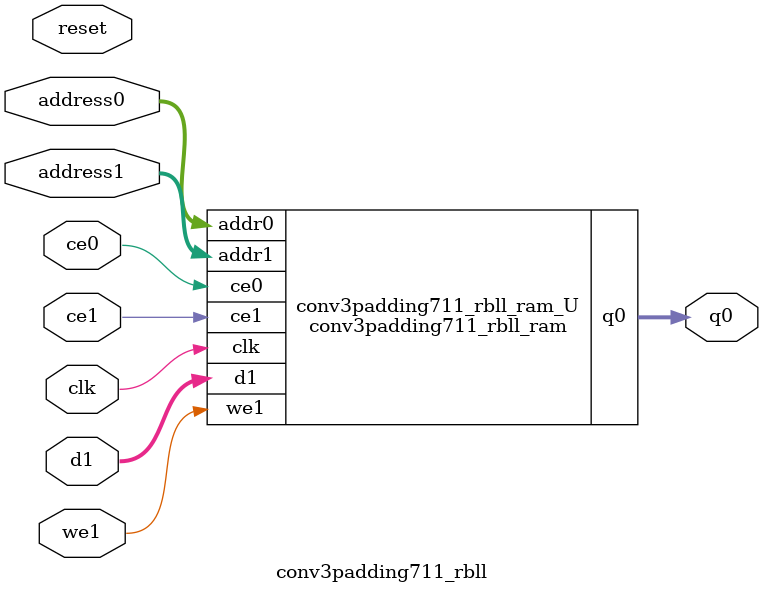
<source format=v>
`timescale 1 ns / 1 ps
module conv3padding711_rbll_ram (addr0, ce0, q0, addr1, ce1, d1, we1,  clk);

parameter DWIDTH = 128;
parameter AWIDTH = 9;
parameter MEM_SIZE = 324;

input[AWIDTH-1:0] addr0;
input ce0;
output reg[DWIDTH-1:0] q0;
input[AWIDTH-1:0] addr1;
input ce1;
input[DWIDTH-1:0] d1;
input we1;
input clk;

(* ram_style = "block" *)reg [DWIDTH-1:0] ram[0:MEM_SIZE-1];




always @(posedge clk)  
begin 
    if (ce0) begin
        q0 <= ram[addr0];
    end
end


always @(posedge clk)  
begin 
    if (ce1) begin
        if (we1) 
            ram[addr1] <= d1; 
    end
end


endmodule

`timescale 1 ns / 1 ps
module conv3padding711_rbll(
    reset,
    clk,
    address0,
    ce0,
    q0,
    address1,
    ce1,
    we1,
    d1);

parameter DataWidth = 32'd128;
parameter AddressRange = 32'd324;
parameter AddressWidth = 32'd9;
input reset;
input clk;
input[AddressWidth - 1:0] address0;
input ce0;
output[DataWidth - 1:0] q0;
input[AddressWidth - 1:0] address1;
input ce1;
input we1;
input[DataWidth - 1:0] d1;



conv3padding711_rbll_ram conv3padding711_rbll_ram_U(
    .clk( clk ),
    .addr0( address0 ),
    .ce0( ce0 ),
    .q0( q0 ),
    .addr1( address1 ),
    .ce1( ce1 ),
    .we1( we1 ),
    .d1( d1 ));

endmodule


</source>
